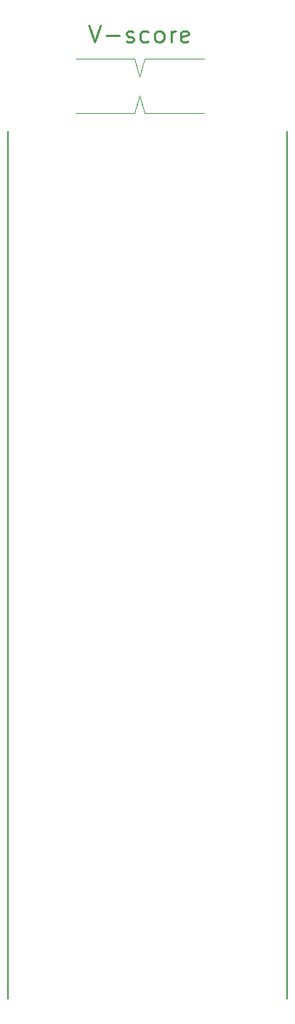
<source format=gbr>
G04 (created by PCBNEW (2013-04-01 BZR 4056)-testing) date Tue 02 Apr 2013 12:46:50 AM CEST*
%MOIN*%
G04 Gerber Fmt 3.4, Leading zero omitted, Abs format*
%FSLAX34Y34*%
G01*
G70*
G90*
G04 APERTURE LIST*
%ADD10C,0.006*%
%ADD11C,0.00787402*%
%ADD12C,0.00393701*%
%ADD13C,0.00984252*%
G04 APERTURE END LIST*
G54D10*
G54D11*
X38385Y-22500D02*
X38385Y-62421D01*
X51259Y-62421D02*
X51259Y-22500D01*
G54D12*
X44232Y-19173D02*
X43641Y-19173D01*
X44468Y-20000D02*
X44232Y-19173D01*
X44704Y-19173D02*
X45295Y-19173D01*
X44468Y-20000D02*
X44704Y-19173D01*
X44232Y-21692D02*
X43641Y-21692D01*
X44468Y-20866D02*
X44232Y-21692D01*
X44704Y-21692D02*
X45295Y-21692D01*
X44468Y-20866D02*
X44704Y-21692D01*
X43641Y-19173D02*
X41515Y-19173D01*
X45295Y-19173D02*
X47421Y-19173D01*
X43641Y-21692D02*
X41515Y-21692D01*
X45295Y-21692D02*
X47421Y-21692D01*
G54D13*
X42125Y-17641D02*
X42387Y-18428D01*
X42649Y-17641D01*
X42912Y-18128D02*
X43512Y-18128D01*
X43849Y-18391D02*
X43924Y-18428D01*
X44074Y-18428D01*
X44149Y-18391D01*
X44187Y-18316D01*
X44187Y-18278D01*
X44149Y-18203D01*
X44074Y-18166D01*
X43962Y-18166D01*
X43887Y-18128D01*
X43849Y-18053D01*
X43849Y-18016D01*
X43887Y-17941D01*
X43962Y-17904D01*
X44074Y-17904D01*
X44149Y-17941D01*
X44862Y-18391D02*
X44787Y-18428D01*
X44637Y-18428D01*
X44562Y-18391D01*
X44524Y-18353D01*
X44487Y-18278D01*
X44487Y-18053D01*
X44524Y-17979D01*
X44562Y-17941D01*
X44637Y-17904D01*
X44787Y-17904D01*
X44862Y-17941D01*
X45312Y-18428D02*
X45237Y-18391D01*
X45199Y-18353D01*
X45162Y-18278D01*
X45162Y-18053D01*
X45199Y-17979D01*
X45237Y-17941D01*
X45312Y-17904D01*
X45424Y-17904D01*
X45499Y-17941D01*
X45537Y-17979D01*
X45574Y-18053D01*
X45574Y-18278D01*
X45537Y-18353D01*
X45499Y-18391D01*
X45424Y-18428D01*
X45312Y-18428D01*
X45912Y-18428D02*
X45912Y-17904D01*
X45912Y-18053D02*
X45949Y-17979D01*
X45987Y-17941D01*
X46062Y-17904D01*
X46137Y-17904D01*
X46699Y-18391D02*
X46624Y-18428D01*
X46474Y-18428D01*
X46399Y-18391D01*
X46362Y-18316D01*
X46362Y-18016D01*
X46399Y-17941D01*
X46474Y-17904D01*
X46624Y-17904D01*
X46699Y-17941D01*
X46736Y-18016D01*
X46736Y-18091D01*
X46362Y-18166D01*
M02*

</source>
